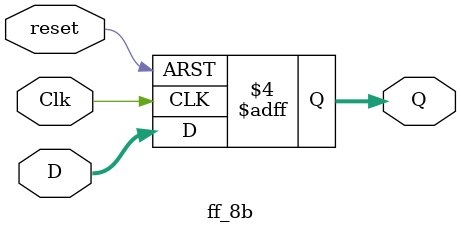
<source format=v>
module lab7_1 (input [17:0] SW, input [3:0] KEY, output [17:0] LEDR, output [8:0] LEDG);
  
  wire [8:0] D, z;
  wire w;

  assign LEDG = z;
  assign LEDR[8:0] = D;
  
  assign w = SW[1];

  assign D[0] = ~(~(~z[0] | z[1] | z[2] | z[3] | z[4] | z[5] | z[6] | z[7] | z[8]) 
												| ~(D[1] | D[2] | D[3] | D[4] | D[5] | D[6] | D[7] | D[8])); //A
  assign D[1] = (~z[0] | z[5] | z[6] | z[7] | z[8]) & ~w; // B
  assign D[2] = z[1] & ~w; // C
  assign D[3] = z[2] & ~w; // D
  assign D[4] = (z[3] | z[4]) & ~w; // E
  assign D[5] = (~z[0] | z[1] | z[2] | z[3] | z[4]) & w; // F
  assign D[6] = z[5] & w; // G
  assign D[7] = z[6] & w; // H
  assign D[8] = (z[7] | z[8]) & w; // I

  ff_8b FF (~KEY[1], KEY[0], D[8:0], z[8:0]);

endmodule

module ff_8b (input Clk, reset, input [8:0] D, output reg [8:0] Q);

	always @ (negedge Clk or negedge reset) begin
		if(reset == 0)
			Q <= 0;
		else if (Clk == 0)
			Q <= D;
	end
endmodule



</source>
